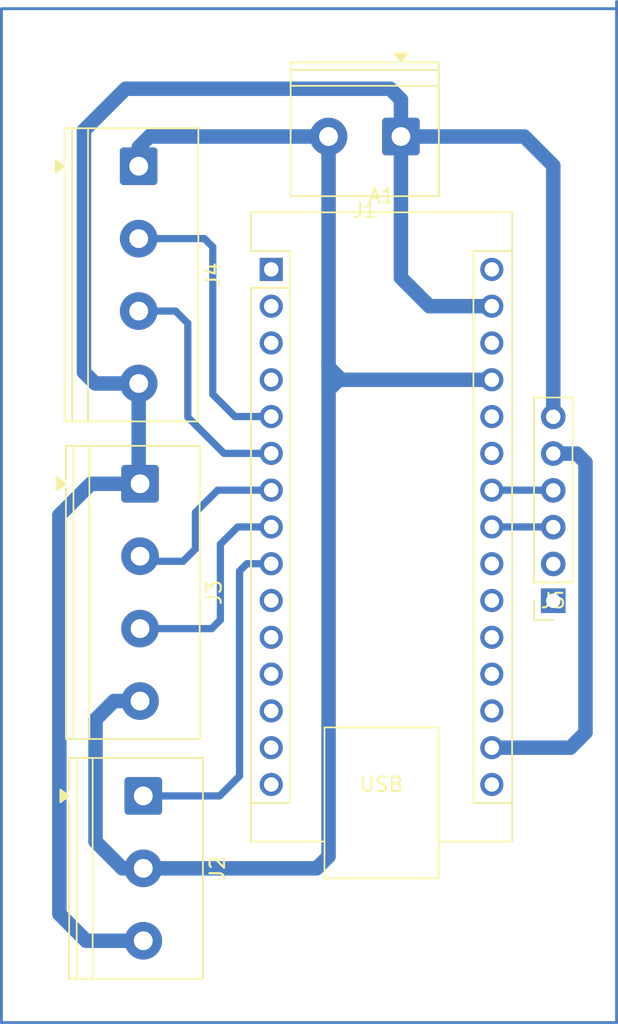
<source format=kicad_pcb>
(kicad_pcb (version 20241229) (generator "pcbnew") (generator_version "9.0")
  (layers (0 "F.Cu" signal) (2 "B.Cu" signal) (13 "F.Paste" user) (15 "B.Paste" user) (5 "F.SilkS" user "F.Silkscreen") (7 "B.SilkS" user "B.Silkscreen") (1 "F.Mask" user) (3 "B.Mask" user) (25 "Edge.Cuts" user))
  (net 0 "")
  (net 4 "D4")
  (net 7 "D3")
  (net 8 "+5V")
  (net 10 "D5")
  (net 14 "D2")
  (net 15 "SCL")
  (net 22 "+3.3V")
  (net 23 "GND")
  (net 26 "SDA")
  (net 29 "D6")
  (footprint "TerminalBlock_Phoenix:TerminalBlock_Phoenix_PT-1,5-4-5.0-H_1x04_P5.00mm_Horizontal" (layer "F.Cu") (at 67.075 127.8 -90)
    (property "Reference" "J3" (at 7.5 -5.12 270) (layer "F.SilkS"))
    (property "Value" "HX711")
    (fp_line (start -2.62 5.12) (end -0.3 5.12) (stroke (width 0.12)) (layer "F.SilkS"))
    (fp_line (start 0.3 5.12) (end 17.62 5.12) (stroke (width 0.12)) (layer "F.SilkS"))
    (fp_line (start -2.62 4.6) (end 17.62 4.6) (stroke (width 0.12)) (layer "F.SilkS"))
    (fp_line (start -2.62 3.5) (end 17.62 3.5) (stroke (width 0.12)) (layer "F.SilkS"))
    (fp_line (start -2.62 -4.12) (end -2.62 5.12) (stroke (width 0.12)) (layer "F.SilkS"))
    (fp_line (start -2.62 -4.12) (end 17.62 -4.12) (stroke (width 0.12)) (layer "F.SilkS"))
    (fp_line (start 17.62 -4.12) (end 17.62 5.12) (stroke (width 0.12)) (layer "F.SilkS"))
    (fp_poly (pts (xy 0 5.12) (xy 0.44 5.73) (xy -0.44 5.73)) (stroke (width 0.12)) (fill yes) (layer "F.SilkS"))
    (pad "1" thru_hole roundrect (at 0 0 270) (size 2.6 2.6) (drill 1.3) (layers "*.Cu" "*.Mask") (roundrect_rratio 0.096154) (net 23 "GND"))
    (pad "2" thru_hole circle (at 5 0 270) (size 2.6 2.6) (drill 1.3) (layers "*.Cu" "*.Mask") (net 4 "D4"))
    (pad "3" thru_hole circle (at 10 0 270) (size 2.6 2.6) (drill 1.3) (layers "*.Cu" "*.Mask") (net 10 "D5"))
    (pad "4" thru_hole circle (at 15 0 270) (size 2.6 2.6) (drill 1.3) (layers "*.Cu" "*.Mask") (net 8 "+5V"))
  )
  (footprint "Connector_PinSocket_2.54mm:PinSocket_1x06_P2.54mm_Vertical" (layer "F.Cu") (at 95.625 135.875 180)
    (property "Reference" "J5" (at 0 0 0) (layer "F.SilkS"))
    (property "Value" "RTC")
    (fp_line (start 1.33 1.27) (end 1.33 14.03) (stroke (width 0.12)) (layer "F.SilkS"))
    (fp_line (start 1.33 -1.33) (end 1.33 0) (stroke (width 0.12)) (layer "F.SilkS"))
    (fp_line (start 0 -1.33) (end 1.33 -1.33) (stroke (width 0.12)) (layer "F.SilkS"))
    (fp_line (start -1.33 14.03) (end 1.33 14.03) (stroke (width 0.12)) (layer "F.SilkS"))
    (fp_line (start -1.33 1.27) (end 1.33 1.27) (stroke (width 0.12)) (layer "F.SilkS"))
    (fp_line (start -1.33 1.27) (end -1.33 14.03) (stroke (width 0.12)) (layer "F.SilkS"))
    (pad "1" thru_hole rect (at 0 0 180) (size 1.7 1.7) (drill 1) (layers "*.Cu" "*.Mask"))
    (pad "2" thru_hole circle (at 0 2.54 180) (size 1.7 1.7) (drill 1) (layers "*.Cu" "*.Mask"))
    (pad "3" thru_hole circle (at 0 5.08 180) (size 1.7 1.7) (drill 1) (layers "*.Cu" "*.Mask") (net 26 "SDA"))
    (pad "4" thru_hole circle (at 0 7.62 180) (size 1.7 1.7) (drill 1) (layers "*.Cu" "*.Mask") (net 15 "SCL"))
    (pad "5" thru_hole circle (at 0 10.16 180) (size 1.7 1.7) (drill 1) (layers "*.Cu" "*.Mask") (net 22 "+3.3V"))
    (pad "6" thru_hole circle (at 0 12.7 180) (size 1.7 1.7) (drill 1) (layers "*.Cu" "*.Mask") (net 23 "GND"))
  )
  (footprint "TerminalBlock_Phoenix:TerminalBlock_Phoenix_PT-1,5-3-5.0-H_1x03_P5.00mm_Horizontal" (layer "F.Cu") (at 67.3 149.35 -90)
    (property "Reference" "J2" (at 5 -5.12 90) (layer "F.SilkS"))
    (property "Value" "SERVO")
    (fp_line (start -2.62 5.12) (end -0.3 5.12) (stroke (width 0.12)) (layer "F.SilkS"))
    (fp_line (start 0.3 5.12) (end 12.62 5.12) (stroke (width 0.12)) (layer "F.SilkS"))
    (fp_line (start -2.62 4.6) (end 12.62 4.6) (stroke (width 0.12)) (layer "F.SilkS"))
    (fp_line (start -2.62 3.5) (end 12.62 3.5) (stroke (width 0.12)) (layer "F.SilkS"))
    (fp_line (start -2.62 -4.12) (end -2.62 5.12) (stroke (width 0.12)) (layer "F.SilkS"))
    (fp_line (start -2.62 -4.12) (end 12.62 -4.12) (stroke (width 0.12)) (layer "F.SilkS"))
    (fp_line (start 12.62 -4.12) (end 12.62 5.12) (stroke (width 0.12)) (layer "F.SilkS"))
    (fp_poly (pts (xy 0 5.12) (xy 0.44 5.73) (xy -0.44 5.73)) (stroke (width 0.12)) (fill yes) (layer "F.SilkS"))
    (pad "1" thru_hole roundrect (at 0 0 270) (size 2.6 2.6) (drill 1.3) (layers "*.Cu" "*.Mask") (roundrect_rratio 0.096154) (net 29 "D6"))
    (pad "2" thru_hole circle (at 5 0 270) (size 2.6 2.6) (drill 1.3) (layers "*.Cu" "*.Mask") (net 8 "+5V"))
    (pad "3" thru_hole circle (at 10 0 270) (size 2.6 2.6) (drill 1.3) (layers "*.Cu" "*.Mask") (net 23 "GND"))
  )
  (footprint "TerminalBlock_Phoenix:TerminalBlock_Phoenix_PT-1,5-4-5.0-H_1x04_P5.00mm_Horizontal" (layer "F.Cu") (at 66.9825 105.875 -90)
    (property "Reference" "J4" (at 7.5 -5.12 90) (layer "F.SilkS"))
    (property "Value" "HCSR04")
    (fp_line (start -2.62 5.12) (end -0.3 5.12) (stroke (width 0.12)) (layer "F.SilkS"))
    (fp_line (start 0.3 5.12) (end 17.62 5.12) (stroke (width 0.12)) (layer "F.SilkS"))
    (fp_line (start -2.62 4.6) (end 17.62 4.6) (stroke (width 0.12)) (layer "F.SilkS"))
    (fp_line (start -2.62 3.5) (end 17.62 3.5) (stroke (width 0.12)) (layer "F.SilkS"))
    (fp_line (start -2.62 -4.12) (end -2.62 5.12) (stroke (width 0.12)) (layer "F.SilkS"))
    (fp_line (start -2.62 -4.12) (end 17.62 -4.12) (stroke (width 0.12)) (layer "F.SilkS"))
    (fp_line (start 17.62 -4.12) (end 17.62 5.12) (stroke (width 0.12)) (layer "F.SilkS"))
    (fp_poly (pts (xy 0 5.12) (xy 0.44 5.73) (xy -0.44 5.73)) (stroke (width 0.12)) (fill yes) (layer "F.SilkS"))
    (pad "1" thru_hole roundrect (at 0 0 270) (size 2.6 2.6) (drill 1.3) (layers "*.Cu" "*.Mask") (roundrect_rratio 0.096154) (net 8 "+5V"))
    (pad "2" thru_hole circle (at 5 0 270) (size 2.6 2.6) (drill 1.3) (layers "*.Cu" "*.Mask") (net 14 "D2"))
    (pad "3" thru_hole circle (at 10 0 270) (size 2.6 2.6) (drill 1.3) (layers "*.Cu" "*.Mask") (net 7 "D3"))
    (pad "4" thru_hole circle (at 15 0 270) (size 2.6 2.6) (drill 1.3) (layers "*.Cu" "*.Mask") (net 23 "GND"))
  )
  (footprint "Module:Arduino_Nano" (layer "F.Cu") (at 76.14 113)
    (property "Reference" "A1" (at 7.62 -5.08 0) (layer "F.SilkS"))
    (property "Value" "Arduino_Nano_v3.x")
    (fp_line (start -1.4 -3.94) (end -1.4 -1.27) (stroke (width 0.12)) (layer "F.SilkS"))
    (fp_line (start -1.4 1.27) (end -1.4 39.5) (stroke (width 0.12)) (layer "F.SilkS"))
    (fp_line (start -1.4 39.5) (end 3.68 39.5) (stroke (width 0.12)) (layer "F.SilkS"))
    (fp_line (start 1.27 -1.27) (end -1.4 -1.27) (stroke (width 0.12)) (layer "F.SilkS"))
    (fp_line (start 1.27 1.27) (end -1.4 1.27) (stroke (width 0.12)) (layer "F.SilkS"))
    (fp_line (start 1.27 1.27) (end 1.27 -1.27) (stroke (width 0.12)) (layer "F.SilkS"))
    (fp_line (start 1.27 1.27) (end 1.27 36.83) (stroke (width 0.12)) (layer "F.SilkS"))
    (fp_line (start 1.27 36.83) (end -1.4 36.83) (stroke (width 0.12)) (layer "F.SilkS"))
    (fp_line (start 3.68 31.62) (end 11.56 31.62) (stroke (width 0.12)) (layer "F.SilkS"))
    (fp_line (start 3.68 42.04) (end 3.68 31.62) (stroke (width 0.12)) (layer "F.SilkS"))
    (fp_line (start 11.56 31.62) (end 11.56 42.04) (stroke (width 0.12)) (layer "F.SilkS"))
    (fp_line (start 11.56 42.04) (end 3.68 42.04) (stroke (width 0.12)) (layer "F.SilkS"))
    (fp_line (start 13.97 -1.27) (end 13.97 36.83) (stroke (width 0.12)) (layer "F.SilkS"))
    (fp_line (start 13.97 -1.27) (end 16.64 -1.27) (stroke (width 0.12)) (layer "F.SilkS"))
    (fp_line (start 13.97 36.83) (end 16.64 36.83) (stroke (width 0.12)) (layer "F.SilkS"))
    (fp_line (start 16.64 -3.94) (end -1.4 -3.94) (stroke (width 0.12)) (layer "F.SilkS"))
    (fp_line (start 16.64 39.5) (end 11.56 39.5) (stroke (width 0.12)) (layer "F.SilkS"))
    (fp_line (start 16.64 39.5) (end 16.64 -3.94) (stroke (width 0.12)) (layer "F.SilkS"))
    (fp_text user "USB" (at 7.62 35.56 0) (layer "F.SilkS"))
    (pad "1" thru_hole rect (at 0 0) (size 1.6 1.6) (drill 1) (layers "*.Cu" "*.Mask"))
    (pad "2" thru_hole oval (at 0 2.54) (size 1.6 1.6) (drill 1) (layers "*.Cu" "*.Mask"))
    (pad "3" thru_hole oval (at 0 5.08) (size 1.6 1.6) (drill 1) (layers "*.Cu" "*.Mask"))
    (pad "4" thru_hole oval (at 0 7.62) (size 1.6 1.6) (drill 1) (layers "*.Cu" "*.Mask"))
    (pad "5" thru_hole oval (at 0 10.16) (size 1.6 1.6) (drill 1) (layers "*.Cu" "*.Mask") (net 14 "D2"))
    (pad "6" thru_hole oval (at 0 12.7) (size 1.6 1.6) (drill 1) (layers "*.Cu" "*.Mask") (net 7 "D3"))
    (pad "7" thru_hole oval (at 0 15.24) (size 1.6 1.6) (drill 1) (layers "*.Cu" "*.Mask") (net 4 "D4"))
    (pad "8" thru_hole oval (at 0 17.78) (size 1.6 1.6) (drill 1) (layers "*.Cu" "*.Mask") (net 10 "D5"))
    (pad "9" thru_hole oval (at 0 20.32) (size 1.6 1.6) (drill 1) (layers "*.Cu" "*.Mask") (net 29 "D6"))
    (pad "10" thru_hole oval (at 0 22.86) (size 1.6 1.6) (drill 1) (layers "*.Cu" "*.Mask"))
    (pad "11" thru_hole oval (at 0 25.4) (size 1.6 1.6) (drill 1) (layers "*.Cu" "*.Mask"))
    (pad "12" thru_hole oval (at 0 27.94) (size 1.6 1.6) (drill 1) (layers "*.Cu" "*.Mask"))
    (pad "13" thru_hole oval (at 0 30.48) (size 1.6 1.6) (drill 1) (layers "*.Cu" "*.Mask"))
    (pad "14" thru_hole oval (at 0 33.02) (size 1.6 1.6) (drill 1) (layers "*.Cu" "*.Mask"))
    (pad "15" thru_hole oval (at 0 35.56) (size 1.6 1.6) (drill 1) (layers "*.Cu" "*.Mask"))
    (pad "16" thru_hole oval (at 15.24 35.56) (size 1.6 1.6) (drill 1) (layers "*.Cu" "*.Mask"))
    (pad "17" thru_hole oval (at 15.24 33.02) (size 1.6 1.6) (drill 1) (layers "*.Cu" "*.Mask") (net 22 "+3.3V"))
    (pad "18" thru_hole oval (at 15.24 30.48) (size 1.6 1.6) (drill 1) (layers "*.Cu" "*.Mask"))
    (pad "19" thru_hole oval (at 15.24 27.94) (size 1.6 1.6) (drill 1) (layers "*.Cu" "*.Mask"))
    (pad "20" thru_hole oval (at 15.24 25.4) (size 1.6 1.6) (drill 1) (layers "*.Cu" "*.Mask"))
    (pad "21" thru_hole oval (at 15.24 22.86) (size 1.6 1.6) (drill 1) (layers "*.Cu" "*.Mask"))
    (pad "22" thru_hole oval (at 15.24 20.32) (size 1.6 1.6) (drill 1) (layers "*.Cu" "*.Mask"))
    (pad "23" thru_hole oval (at 15.24 17.78) (size 1.6 1.6) (drill 1) (layers "*.Cu" "*.Mask") (net 26 "SDA"))
    (pad "24" thru_hole oval (at 15.24 15.24) (size 1.6 1.6) (drill 1) (layers "*.Cu" "*.Mask") (net 15 "SCL"))
    (pad "25" thru_hole oval (at 15.24 12.7) (size 1.6 1.6) (drill 1) (layers "*.Cu" "*.Mask"))
    (pad "26" thru_hole oval (at 15.24 10.16) (size 1.6 1.6) (drill 1) (layers "*.Cu" "*.Mask"))
    (pad "27" thru_hole oval (at 15.24 7.62) (size 1.6 1.6) (drill 1) (layers "*.Cu" "*.Mask") (net 8 "+5V"))
    (pad "28" thru_hole oval (at 15.24 5.08) (size 1.6 1.6) (drill 1) (layers "*.Cu" "*.Mask"))
    (pad "29" thru_hole oval (at 15.24 2.54) (size 1.6 1.6) (drill 1) (layers "*.Cu" "*.Mask") (net 23 "GND"))
    (pad "30" thru_hole oval (at 15.24 0) (size 1.6 1.6) (drill 1) (layers "*.Cu" "*.Mask"))
  )
  (footprint "TerminalBlock_Phoenix:TerminalBlock_Phoenix_PT-1,5-2-5.0-H_1x02_P5.00mm_Horizontal" (layer "F.Cu") (at 85.1 103.825 180)
    (property "Reference" "J1" (at 2.5 -5.12 180) (layer "F.SilkS"))
    (property "Value" "BATERAI")
    (fp_line (start 7.62 -4.12) (end 7.62 5.12) (stroke (width 0.12)) (layer "F.SilkS"))
    (fp_line (start 0.3 5.12) (end 7.62 5.12) (stroke (width 0.12)) (layer "F.SilkS"))
    (fp_line (start -2.62 5.12) (end -0.3 5.12) (stroke (width 0.12)) (layer "F.SilkS"))
    (fp_line (start -2.62 4.6) (end 7.62 4.6) (stroke (width 0.12)) (layer "F.SilkS"))
    (fp_line (start -2.62 3.5) (end 7.62 3.5) (stroke (width 0.12)) (layer "F.SilkS"))
    (fp_line (start -2.62 -4.12) (end 7.62 -4.12) (stroke (width 0.12)) (layer "F.SilkS"))
    (fp_line (start -2.62 -4.12) (end -2.62 5.12) (stroke (width 0.12)) (layer "F.SilkS"))
    (fp_poly (pts (xy 0 5.12) (xy 0.44 5.73) (xy -0.44 5.73)) (stroke (width 0.12)) (fill yes) (layer "F.SilkS"))
    (pad "1" thru_hole roundrect (at 0 0 180) (size 2.6 2.6) (drill 1.3) (layers "*.Cu" "*.Mask") (roundrect_rratio 0.096154) (net 23 "GND"))
    (pad "2" thru_hole circle (at 5 0 180) (size 2.6 2.6) (drill 1.3) (layers "*.Cu" "*.Mask") (net 8 "+5V"))
  )
  (gr_line (start 57.5 165) (end 57.5 95) (stroke (width 0.2)) (layer "B.Cu"))
  (gr_line (start 57.5 95) (end 100 95) (stroke (width 0.2)) (layer "B.Cu"))
  (gr_line (start 100 94.5) (end 100 165) (stroke (width 0.2)) (layer "B.Cu"))
  (gr_line (start 100 165) (end 57.5 165) (stroke (width 0.2)) (layer "B.Cu"))
  (segment (start 70.9 132.3) (end 70.05 133.15) (width 0.5) (layer "B.Cu") (net 4))
  (segment (start 72.435 128.24) (end 70.9 129.775) (width 0.5) (layer "B.Cu") (net 4))
  (segment (start 76.14 128.24) (end 72.435 128.24) (width 0.5) (layer "B.Cu") (net 4))
  (segment (start 70.05 133.15) (end 67.2 133.15) (width 0.5) (layer "B.Cu") (net 4))
  (segment (start 70.9 129.775) (end 70.9 132.3) (width 0.5) (layer "B.Cu") (net 4))
  (segment (start 76.14 125.7) (end 72.875 125.7) (width 0.5) (layer "B.Cu") (net 7))
  (segment (start 72.875 125.7) (end 70.375 123.2) (width 0.5) (layer "B.Cu") (net 7))
  (segment (start 70.375 116.725) (end 69.525 115.875) (width 0.5) (layer "B.Cu") (net 7))
  (segment (start 70.375 123.2) (end 70.375 116.725) (width 0.5) (layer "B.Cu") (net 7))
  (segment (start 69.525 115.875) (end 66.9825 115.875) (width 0.5) (layer "B.Cu") (net 7))
  (segment (start 67.075 142.8) (end 65.275 142.8) (width 1) (layer "B.Cu") (net 8))
  (segment (start 80.975 120.62) (end 80.13 120.62) (width 1) (layer "B.Cu") (net 8))
  (segment (start 80.975 120.62) (end 80.805 120.62) (width 1) (layer "B.Cu") (net 8))
  (segment (start 80.1 153.525) (end 79.275 154.35) (width 1) (layer "B.Cu") (net 8))
  (segment (start 80.1 120.65) (end 80.1 121.325) (width 1) (layer "B.Cu") (net 8))
  (segment (start 67.3 154.35) (end 79.275 154.35) (width 1) (layer "B.Cu") (net 8))
  (segment (start 64 144.075) (end 64 152.5) (width 1) (layer "B.Cu") (net 8))
  (segment (start 67.2 104.35) (end 67.8 103.75) (width 1) (layer "B.Cu") (net 8))
  (segment (start 67.8 103.75) (end 67.875 103.825) (width 1) (layer "B.Cu") (net 8))
  (segment (start 80.1 103.825) (end 80.1 119.625) (width 1) (layer "B.Cu") (net 8))
  (segment (start 80.13 120.62) (end 80.1 120.65) (width 1) (layer "B.Cu") (net 8))
  (segment (start 91.36 120.6) (end 91.38 120.62) (width 0.2) (layer "B.Cu") (net 8))
  (segment (start 65.275 142.8) (end 64 144.075) (width 1) (layer "B.Cu") (net 8))
  (segment (start 67.725 103.825) (end 67.2 104.35) (width 1) (layer "B.Cu") (net 8))
  (segment (start 80.805 120.62) (end 80.1 121.325) (width 1) (layer "B.Cu") (net 8))
  (segment (start 80.1 103.825) (end 67.725 103.825) (width 1) (layer "B.Cu") (net 8))
  (segment (start 80.1 121.325) (end 80.1 153.525) (width 1) (layer "B.Cu") (net 8))
  (segment (start 66.9825 105.875) (end 66.9825 104.5675) (width 1) (layer "B.Cu") (net 8))
  (segment (start 80.1 119.625) (end 80.1 119.745) (width 1) (layer "B.Cu") (net 8))
  (segment (start 80.1 119.745) (end 80.975 120.62) (width 1) (layer "B.Cu") (net 8))
  (segment (start 65.85 154.35) (end 67.3 154.35) (width 1) (layer "B.Cu") (net 8))
  (segment (start 91.38 120.62) (end 80.975 120.62) (width 1) (layer "B.Cu") (net 8))
  (segment (start 64 152.5) (end 65.85 154.35) (width 1) (layer "B.Cu") (net 8))
  (segment (start 66.9825 104.5675) (end 67.2 104.35) (width 1) (layer "B.Cu") (net 8))
  (segment (start 80.1 119.625) (end 80.1 120.65) (width 1) (layer "B.Cu") (net 8))
  (segment (start 72.625 137.2) (end 72.625 135.2) (width 0.5) (layer "B.Cu") (net 10))
  (segment (start 76.14 130.78) (end 73.82 130.78) (width 0.5) (layer "B.Cu") (net 10))
  (segment (start 67.075 137.8) (end 72.025 137.8) (width 0.5) (layer "B.Cu") (net 10))
  (segment (start 72.025 137.8) (end 72.625 137.2) (width 0.5) (layer "B.Cu") (net 10))
  (segment (start 73.82 130.78) (end 72.625 131.975) (width 0.5) (layer "B.Cu") (net 10))
  (segment (start 72.625 131.975) (end 72.625 135.2) (width 0.5) (layer "B.Cu") (net 10))
  (segment (start 71.525 110.875) (end 72.1 111.45) (width 0.5) (layer "B.Cu") (net 14))
  (segment (start 66.9825 110.875) (end 71.525 110.875) (width 0.5) (layer "B.Cu") (net 14))
  (segment (start 72.1 111.45) (end 72.1 117.35) (width 0.5) (layer "B.Cu") (net 14))
  (segment (start 72.1 121.625) (end 73.635 123.16) (width 0.5) (layer "B.Cu") (net 14))
  (segment (start 72.1 117.35) (end 72.1 121.625) (width 0.5) (layer "B.Cu") (net 14))
  (segment (start 73.635 123.16) (end 76.14 123.16) (width 0.5) (layer "B.Cu") (net 14))
  (segment (start 95.61 128.24) (end 95.625 128.255) (width 0.5) (layer "B.Cu") (net 15))
  (segment (start 91.38 128.24) (end 95.61 128.24) (width 0.5) (layer "B.Cu") (net 15))
  (segment (start 97.24 125.715) (end 97.85 126.325) (width 1) (layer "B.Cu") (net 22))
  (segment (start 97.85 126.325) (end 97.85 144.975) (width 1) (layer "B.Cu") (net 22))
  (segment (start 95.625 125.715) (end 97.24 125.715) (width 1) (layer "B.Cu") (net 22))
  (segment (start 97.85 144.975) (end 96.805 146.02) (width 1) (layer "B.Cu") (net 22))
  (segment (start 96.805 146.02) (end 91.38 146.02) (width 1) (layer "B.Cu") (net 22))
  (segment (start 85.1 103.825) (end 85.1 113.575) (width 1) (layer "B.Cu") (net 23))
  (segment (start 63.2 103.4) (end 66.075 100.525) (width 1) (layer "B.Cu") (net 23))
  (segment (start 85.1 113.575) (end 87.065 115.54) (width 1) (layer "B.Cu") (net 23))
  (segment (start 66.075 100.525) (end 84.35 100.525) (width 1) (layer "B.Cu") (net 23))
  (segment (start 61.5 129.975) (end 61.5 157.5) (width 1) (layer "B.Cu") (net 23))
  (segment (start 61.5 157.5) (end 63.35 159.35) (width 1) (layer "B.Cu") (net 23))
  (segment (start 87.065 115.54) (end 91.38 115.54) (width 1) (layer "B.Cu") (net 23))
  (segment (start 63.675 127.8) (end 61.5 129.975) (width 1) (layer "B.Cu") (net 23))
  (segment (start 67.075 127.8) (end 63.675 127.8) (width 1) (layer "B.Cu") (net 23))
  (segment (start 66.9825 127.7075) (end 67.075 127.8) (width 1) (layer "B.Cu") (net 23))
  (segment (start 63.975 120.875) (end 63.2 120.1) (width 1) (layer "B.Cu") (net 23))
  (segment (start 66.9825 120.875) (end 63.975 120.875) (width 1) (layer "B.Cu") (net 23))
  (segment (start 66.9825 120.875) (end 66.9825 127.7075) (width 1) (layer "B.Cu") (net 23))
  (segment (start 63.2 120.1) (end 63.2 103.4) (width 1) (layer "B.Cu") (net 23))
  (segment (start 85.1 103.825) (end 93.625 103.825) (width 1) (layer "B.Cu") (net 23))
  (segment (start 84.35 100.525) (end 85.1 101.275) (width 1) (layer "B.Cu") (net 23))
  (segment (start 63.35 159.35) (end 67.3 159.35) (width 1) (layer "B.Cu") (net 23))
  (segment (start 85.1 101.275) (end 85.1 103.825) (width 1) (layer "B.Cu") (net 23))
  (segment (start 95.625 105.825) (end 95.625 123.175) (width 1) (layer "B.Cu") (net 23))
  (segment (start 93.625 103.825) (end 95.625 105.825) (width 1) (layer "B.Cu") (net 23))
  (segment (start 95.61 130.78) (end 95.625 130.795) (width 0.5) (layer "B.Cu") (net 26))
  (segment (start 91.38 130.78) (end 95.61 130.78) (width 0.5) (layer "B.Cu") (net 26))
  (segment (start 72.575 149.35) (end 73.95 147.975) (width 0.5) (layer "B.Cu") (net 29))
  (segment (start 73.95 145.675) (end 73.95 143.05) (width 0.5) (layer "B.Cu") (net 29))
  (segment (start 73.95 133.825) (end 74.455 133.32) (width 0.5) (layer "B.Cu") (net 29))
  (segment (start 74.455 133.32) (end 76.14 133.32) (width 0.5) (layer "B.Cu") (net 29))
  (segment (start 73.95 147.975) (end 73.95 143.05) (width 0.5) (layer "B.Cu") (net 29))
  (segment (start 73.95 143.05) (end 73.95 133.825) (width 0.5) (layer "B.Cu") (net 29))
  (segment (start 67.3 149.35) (end 72.575 149.35) (width 0.5) (layer "B.Cu") (net 29))
)
</source>
